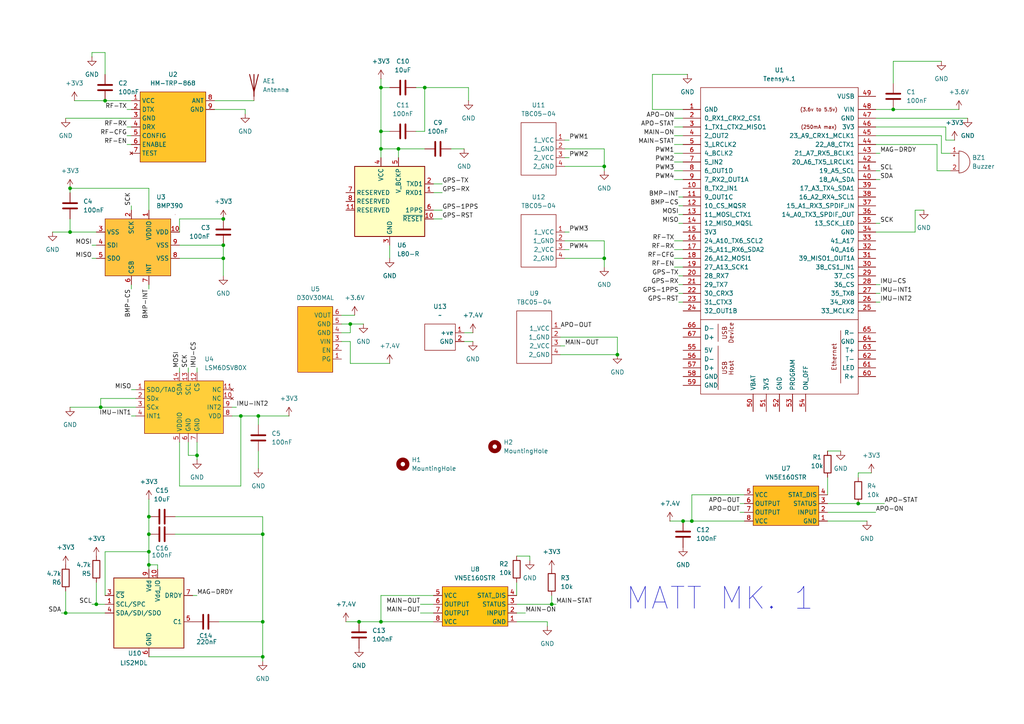
<source format=kicad_sch>
(kicad_sch (version 20250114) (generator "eeschema") (generator_version "9.0")
  (paper "A4")
  (lib_symbols
    (symbol "Device:Antenna" (pin_numbers (hide yes)) (pin_names (offset 1.016) (hide yes))
      (property "Reference" "AE" (at -1.905 1.905 0))
      (property "Value" "Antenna" (at -1.905 0 0))
      (symbol "Antenna_1_1"
        (pin input line (at 0 -5.08 90) (length 2.54) (name "A") (number "1"))
      )
    )
    (symbol "Device:Buzzer" (pin_names (offset 0.0254) (hide yes))
      (property "Reference" "BZ" (at 3.81 1.27 0))
      (property "Value" "Buzzer" (at 3.81 -1.27 0))
      (symbol "Buzzer_1_1"
        (pin passive line (at -2.54 2.54 0) (length 2.54) (name "+") (number "1"))
        (pin passive line (at -2.54 -2.54 0) (length 2.54) (name "-") (number "2"))
      )
    )
    (symbol "Device:C" (pin_numbers (hide yes)) (pin_names (offset 0.254))
      (property "Reference" "C" (at 0.635 2.54 0))
      (property "Value" "C" (at 0.635 -2.54 0))
      (symbol "C_1_1"
        (pin passive line (at 0 3.81 270) (length 2.794) (name "~") (number "1"))
        (pin passive line (at 0 -3.81 90) (length 2.794) (name "~") (number "2"))
      )
    )
    (symbol "Device:R" (pin_numbers (hide yes)) (pin_names (offset 0))
      (property "Reference" "R" (at 2.032 0 90))
      (property "Value" "R" (at 0 0 90))
      (symbol "R_1_1"
        (pin passive line (at 0 3.81 270) (length 1.27) (name "~") (number "1"))
        (pin passive line (at 0 -3.81 90) (length 1.27) (name "~") (number "2"))
      )
    )
    (symbol "Mechanical:MountingHole" (pin_names (offset 1.016)) (in_bom no)
      (property "Reference" "H" (at 0 5.08 0))
      (property "Value" "MountingHole" (at 0 3.175 0))
    )
    (symbol "RF_GPS:L80-R"
      (property "Reference" "U" (at -10.16 11.43 0))
      (property "Value" "L80-R" (at 10.16 11.43 0))
      (symbol "L80-R_1_1"
        (pin passive line (at -12.7 2.54 0) (length 2.54) (name "RESERVED") (number "7"))
        (pin passive line (at -12.7 0 0) (length 2.54) (name "RESERVED") (number "8"))
        (pin passive line (at -12.7 -2.54 0) (length 2.54) (name "RESERVED") (number "11"))
        (pin power_in line (at -2.54 12.7 270) (length 2.54) (name "VCC") (number "4"))
        (pin passive line (at 0 -12.7 90) (length 2.54) (hide yes) (name "GND") (number "12"))
        (pin power_in line (at 0 -12.7 90) (length 2.54) (name "GND") (number "3"))
        (pin power_in line (at 2.54 12.7 270) (length 2.54) (name "V_BCKP") (number "5"))
        (pin no_connect line (at 10.16 0 180) (length 2.54) (hide yes) (name "NC") (number "9"))
        (pin output line (at 12.7 5.08 180) (length 2.54) (name "TXD1") (number "2"))
        (pin input line (at 12.7 2.54 180) (length 2.54) (name "RXD1") (number "1"))
        (pin output line (at 12.7 -2.54 180) (length 2.54) (name "1PPS") (number "6"))
        (pin input line (at 12.7 -5.08 180) (length 2.54) (name "~{RESET}") (number "10"))
      )
    )
    (symbol "Sensor_Magnetic:LIS2MDL"
      (property "Reference" "U" (at -8.89 11.43 0))
      (property "Value" "LIS2MDL" (at 7.62 11.43 0))
      (symbol "LIS2MDL_1_1"
        (pin input line (at -12.7 5.08 0) (length 2.54) (name "~{CS}") (number "3"))
        (pin input line (at -12.7 2.54 0) (length 2.54) (name "SCL/SPC") (number "1"))
        (pin bidirectional line (at -12.7 0 0) (length 2.54) (name "SDA/SDI/SDO") (number "4"))
        (pin no_connect line (at -10.16 -5.08 0) (length 2.54) (hide yes) (name "NC") (number "2"))
        (pin no_connect line (at -10.16 -7.62 0) (length 2.54) (hide yes) (name "NC") (number "11"))
        (pin power_in line (at 0 12.7 270) (length 2.54) (name "Vdd") (number "9"))
        (pin power_in line (at 0 -12.7 90) (length 2.54) (name "GND") (number "6"))
        (pin passive line (at 0 -12.7 90) (length 2.54) (hide yes) (name "GND") (number "8"))
        (pin power_in line (at 2.54 12.7 270) (length 2.54) (name "Vdd_IO") (number "10"))
        (pin no_connect line (at 10.16 -7.62 180) (length 2.54) (hide yes) (name "NC") (number "12"))
        (pin output line (at 12.7 5.08 180) (length 2.54) (name "DRDY") (number "7"))
        (pin power_out line (at 12.7 -2.54 180) (length 2.54) (name "C1") (number "5"))
      )
    )
    (symbol "VN5E160STR_1"
      (property "Reference" "U8" (at 0.635 11.43 0))
      (property "Value" "VN5E160STR" (at 0.635 8.89 0))
      (symbol "VN5E160STR_1_1_1"
        (pin power_in line (at -11.43 3.81 0) (length 2.54) (name "VCC") (number "5"))
        (pin power_out line (at -11.43 1.27 0) (length 2.54) (name "OUTPUT") (number "6"))
        (pin power_out line (at -11.43 -1.27 0) (length 2.54) (name "OUTPUT") (number "7"))
        (pin power_in line (at -11.43 -3.81 0) (length 2.54) (name "VCC") (number "8"))
        (pin output line (at 12.7 3.81 180) (length 2.54) (name "STAT_DIS") (number "4"))
        (pin output line (at 12.7 1.27 180) (length 2.54) (name "STATUS") (number "3"))
        (pin input line (at 12.7 -1.27 180) (length 2.54) (name "INPUT") (number "2"))
        (pin power_in line (at 12.7 -3.81 180) (length 2.54) (name "GND") (number "1"))
      )
    )
    (symbol "missing_chips:TBC05_04"
      (property "Reference" "U" (at 0 0 0))
      (symbol "TBC05_04_1_1"
        (pin power_in line (at 5.08 -2.54 180) (length 2.54) (name "1_VCC") (number "1"))
        (pin power_in line (at 5.08 -5.08 180) (length 2.54) (name "1_GND") (number "2"))
        (pin power_in line (at 5.08 -7.62 180) (length 2.54) (name "2_VCC") (number "3"))
        (pin power_in line (at 5.08 -10.16 180) (length 2.54) (name "2_GND") (number "4"))
      )
    )
    (symbol "missing_chips:power_in"
      (property "Reference" "U" (at 0 0 0))
      (symbol "power_in_1_1"
        (pin output line (at 12.7 3.81 180) (length 2.54) (name "+ve") (number "1"))
        (pin output line (at 12.7 1.27 180) (length 2.54) (name "GND") (number "2"))
      )
    )
    (symbol "power:+3V3" (power) (pin_numbers (hide yes)) (pin_names (offset 0) (hide yes))
      (property "Value" "+3V3" (at 0 3.556 0))
      (symbol "+3V3_1_1"
        (pin power_in line (at 0 0 90) (length 0) (name "~") (number "1"))
      )
    )
    (symbol "power:+7.5V" (power) (pin_numbers (hide yes)) (pin_names (offset 0) (hide yes))
      (property "Value" "+7.5V" (at 0 3.556 0))
      (symbol "+7.5V_1_1"
        (pin power_in line (at 0 0 90) (length 0) (name "~") (number "1"))
      )
    )
    (symbol "power:GND" (power) (pin_numbers (hide yes)) (pin_names (offset 0) (hide yes))
      (property "Value" "GND" (at 0 -3.81 0))
      (symbol "GND_1_1"
        (pin power_in line (at 0 0 270) (length 0) (name "~") (number "1"))
      )
    )
    (symbol "rockety_extras:BMP390"
      (property "Reference" "U3" (at 5.9533 12.7 0))
      (property "Value" "BMP390" (at 5.9533 10.16 0))
      (symbol "BMP390_1_1"
        (pin power_in line (at -11.43 2.54 0) (length 2.54) (name "VSS") (number "3"))
        (pin bidirectional line (at -11.43 -1.27 0) (length 2.54) (name "SDI") (number "4"))
        (pin bidirectional line (at -11.43 -5.08 0) (length 2.54) (name "SDO") (number "5"))
        (pin input line (at -1.27 8.89 270) (length 2.54) (name "SCK") (number "2"))
        (pin input line (at -1.27 -12.7 90) (length 2.54) (name "CSB") (number "6"))
        (pin power_in line (at 3.81 8.89 270) (length 2.54) (name "VDDIO") (number "1"))
        (pin output line (at 3.81 -12.7 90) (length 2.54) (name "INT") (number "7"))
        (pin power_in line (at 12.7 2.54 180) (length 2.54) (name "VDD") (number "10"))
        (pin power_in line (at 12.7 -1.27 180) (length 2.54) (name "VSS") (number "9"))
        (pin power_in line (at 12.7 -5.08 180) (length 2.54) (name "VSS") (number "8"))
      )
    )
    (symbol "rockety_extras:D30V30MAL"
      (property "Reference" "U5" (at 2.54 11.43 0))
      (property "Value" "D30V30MAL" (at 2.54 8.89 0))
      (symbol "D30V30MAL_1_1"
        (pin power_out line (at 10.16 3.81 180) (length 2.54) (name "VOUT") (number "6"))
        (pin power_in line (at 10.16 1.27 180) (length 2.54) (name "GND") (number "5"))
        (pin power_in line (at 10.16 -1.27 180) (length 2.54) (name "GND") (number "4"))
        (pin power_in line (at 10.16 -3.81 180) (length 2.54) (name "VIN") (number "3"))
        (pin input line (at 10.16 -6.35 180) (length 2.54) (name "EN") (number "2"))
        (pin output line (at 10.16 -8.89 180) (length 2.54) (name "PG") (number "1"))
      )
    )
    (symbol "rockety_extras:Hope_RF_HM-TRP-868_RF_module"
      (property "Reference" "U2" (at 4.445 11.43 0))
      (property "Value" "HM-TRP-868" (at 4.445 8.89 0))
      (symbol "Hope_RF_HM-TRP-868_RF_module_1_1"
        (pin power_in line (at -7.62 3.81 0) (length 2.54) (name "VCC") (number "1"))
        (pin output line (at -7.62 1.27 0) (length 2.54) (name "DTX") (number "2"))
        (pin power_in line (at -7.62 -1.27 0) (length 2.54) (name "GND") (number "3"))
        (pin input line (at -7.62 -3.81 0) (length 2.54) (name "DRX") (number "4"))
        (pin input line (at -7.62 -6.35 0) (length 2.54) (name "CONFIG") (number "5"))
        (pin input line (at -7.62 -8.89 0) (length 2.54) (name "ENABLE") (number "6"))
        (pin no_connect line (at -7.62 -11.43 0) (length 2.54) (name "TEST") (number "7"))
        (pin bidirectional line (at 16.51 3.81 180) (length 2.54) (name "ANT") (number "8"))
        (pin power_in line (at 16.51 1.27 180) (length 2.54) (name "GND") (number "9"))
      )
    )
    (symbol "rockety_extras:LSM6DSV80x"
      (property "Reference" "U4" (at 11.0333 10.16 0))
      (property "Value" "LSM6DSV80X" (at 11.0333 7.62 0))
      (symbol "LSM6DSV80x_1_1"
        (pin output line (at -8.89 1.27 0) (length 2.54) (name "SDO/TA0") (number "1"))
        (pin bidirectional line (at -8.89 -1.27 0) (length 2.54) (name "SDx") (number "2"))
        (pin input line (at -8.89 -3.81 0) (length 2.54) (name "SCx") (number "3"))
        (pin output line (at -8.89 -6.35 0) (length 2.54) (name "INT1") (number "4"))
        (pin bidirectional line (at 3.81 6.35 270) (length 2.54) (name "SDA") (number "14"))
        (pin power_in line (at 3.81 -13.97 90) (length 2.54) (name "VDDIO") (number "5"))
        (pin input line (at 6.35 6.35 270) (length 2.54) (name "SCL") (number "13"))
        (pin power_in line (at 6.35 -13.97 90) (length 2.54) (name "GND") (number "6"))
        (pin input line (at 8.89 6.35 270) (length 2.54) (name "CS") (number "12"))
        (pin power_in line (at 8.89 -13.97 90) (length 2.54) (name "GND") (number "7"))
        (pin no_connect line (at 19.05 1.27 180) (length 2.54) (name "NC") (number "11"))
        (pin no_connect line (at 19.05 -1.27 180) (length 2.54) (name "NC") (number "10"))
        (pin output line (at 19.05 -3.81 180) (length 2.54) (name "INT2") (number "9"))
        (pin power_in line (at 19.05 -6.35 180) (length 2.54) (name "VDD") (number "8"))
      )
    )
    (symbol "rockety_extras:VN5E160STR"
      (property "Reference" "U7" (at 0.635 11.43 0))
      (property "Value" "VN5E160STR" (at 0.635 8.89 0))
      (symbol "VN5E160STR_1_1"
        (pin power_in line (at -11.43 3.81 0) (length 2.54) (name "VCC") (number "5"))
        (pin power_out line (at -11.43 1.27 0) (length 2.54) (name "OUTPUT") (number "6"))
        (pin power_out line (at -11.43 -1.27 0) (length 2.54) (name "OUTPUT") (number "7"))
        (pin power_in line (at -11.43 -3.81 0) (length 2.54) (name "VCC") (number "8"))
        (pin output line (at 12.7 3.81 180) (length 2.54) (name "STAT_DIS") (number "4"))
        (pin output line (at 12.7 1.27 180) (length 2.54) (name "STATUS") (number "3"))
        (pin input line (at 12.7 -1.27 180) (length 2.54) (name "INPUT") (number "2"))
        (pin power_in line (at 12.7 -3.81 180) (length 2.54) (name "GND") (number "1"))
      )
    )
    (symbol "teensy:Teensy4.1" (pin_names (offset 1.016))
      (property "Reference" "U" (at 0 64.77 0))
      (property "Value" "Teensy4.1" (at 0 62.23 0))
      (symbol "Teensy4.1_0_0"
        (text "USB" (at -15.875 -10.16 900) (effects (font (size 1.27 1.27))))
        (text "USB" (at -15.875 -20.32 900) (effects (font (size 1.27 1.27))))
        (text "Device" (at -13.97 -10.16 900) (effects (font (size 1.27 1.27))))
        (text "Host" (at -13.97 -20.32 900) (effects (font (size 1.27 1.27))))
        (text "(3.6v to 5.5v)" (at 11.43 54.61 0) (effects (font (size 1.016 1.016))))
        (text "(250mA max)" (at 11.43 49.53 0) (effects (font (size 1.016 1.016))))
        (text "Ethernet" (at 15.875 -17.145 900) (effects (font (size 1.27 1.27))))
        (pin bidirectional line (at -27.94 44.45 0) (length 5.08) (name "3_LRCLK2") (number "5"))
        (pin bidirectional line (at -27.94 41.91 0) (length 5.08) (name "4_BCLK2") (number "6"))
        (pin bidirectional line (at -27.94 39.37 0) (length 5.08) (name "5_IN2") (number "7"))
        (pin bidirectional line (at -27.94 36.83 0) (length 5.08) (name "6_OUT1D") (number "8"))
        (pin bidirectional line (at -27.94 34.29 0) (length 5.08) (name "7_RX2_OUT1A") (number "9"))
        (pin bidirectional line (at -27.94 31.75 0) (length 5.08) (name "8_TX2_IN1") (number "10"))
        (pin bidirectional line (at -27.94 29.21 0) (length 5.08) (name "9_OUT1C") (number "11"))
        (pin bidirectional line (at -27.94 26.67 0) (length 5.08) (name "10_CS_MQSR") (number "12"))
        (pin bidirectional line (at -27.94 24.13 0) (length 5.08) (name "11_MOSI_CTX1") (number "13"))
        (pin bidirectional line (at -27.94 21.59 0) (length 5.08) (name "12_MISO_MQSL") (number "14"))
        (pin power_in line (at -27.94 19.05 0) (length 5.08) (name "3V3") (number "15"))
        (pin bidirectional line (at -27.94 16.51 0) (length 5.08) (name "24_A10_TX6_SCL2") (number "16"))
        (pin bidirectional line (at -27.94 13.97 0) (length 5.08) (name "25_A11_RX6_SDA2") (number "17"))
        (pin bidirectional line (at -27.94 11.43 0) (length 5.08) (name "26_A12_MOSI1") (number "18"))
        (pin bidirectional line (at -27.94 8.89 0) (length 5.08) (name "27_A13_SCK1") (number "19"))
        (pin bidirectional line (at -27.94 6.35 0) (length 5.08) (name "28_RX7") (number "20"))
        (pin bidirectional line (at -27.94 3.81 0) (length 5.08) (name "29_TX7") (number "21"))
        (pin bidirectional line (at -27.94 1.27 0) (length 5.08) (name "30_CRX3") (number "22"))
        (pin bidirectional line (at -27.94 -1.27 0) (length 5.08) (name "31_CTX3") (number "23"))
        (pin bidirectional line (at -27.94 -3.81 0) (length 5.08) (name "32_OUT1B") (number "24"))
        (pin bidirectional line (at -27.94 -8.89 0) (length 5.08) (name "D-") (number "66"))
        (pin bidirectional line (at -27.94 -11.43 0) (length 5.08) (name "D+") (number "67"))
        (pin power_out line (at -27.94 -15.24 0) (length 5.08) (name "5V") (number "55"))
        (pin bidirectional line (at -27.94 -17.78 0) (length 5.08) (name "D-") (number "56"))
        (pin bidirectional line (at -27.94 -20.32 0) (length 5.08) (name "D+") (number "57"))
        (pin power_in line (at -27.94 -22.86 0) (length 5.08) (name "GND") (number "58"))
        (pin power_in line (at -27.94 -25.4 0) (length 5.08) (name "GND") (number "59"))
        (pin power_in line (at -7.62 -33.02 90) (length 5.08) (name "VBAT") (number "50"))
        (pin power_in line (at -3.81 -33.02 90) (length 5.08) (name "3V3") (number "51"))
        (pin input line (at 0 -33.02 90) (length 5.08) (name "GND") (number "52"))
        (pin input line (at 3.81 -33.02 90) (length 5.08) (name "PROGRAM") (number "53"))
        (pin input line (at 7.62 -33.02 90) (length 5.08) (name "ON_OFF") (number "54"))
        (pin power_out line (at 27.94 58.42 180) (length 5.08) (name "VUSB") (number "49"))
        (pin power_in line (at 27.94 54.61 180) (length 5.08) (name "VIN") (number "48"))
        (pin output line (at 27.94 52.07 180) (length 5.08) (name "GND") (number "47"))
        (pin output line (at 27.94 49.53 180) (length 5.08) (name "3V3") (number "46"))
        (pin bidirectional line (at 27.94 46.99 180) (length 5.08) (name "23_A9_CRX1_MCLK1") (number "45"))
        (pin bidirectional line (at 27.94 44.45 180) (length 5.08) (name "22_A8_CTX1") (number "44"))
        (pin bidirectional line (at 27.94 41.91 180) (length 5.08) (name "21_A7_RX5_BCLK1") (number "43"))
        (pin bidirectional line (at 27.94 39.37 180) (length 5.08) (name "20_A6_TX5_LRCLK1") (number "42"))
        (pin bidirectional line (at 27.94 36.83 180) (length 5.08) (name "19_A5_SCL") (number "41"))
        (pin bidirectional line (at 27.94 34.29 180) (length 5.08) (name "18_A4_SDA") (number "40"))
        (pin bidirectional line (at 27.94 31.75 180) (length 5.08) (name "17_A3_TX4_SDA1") (number "39"))
        (pin bidirectional line (at 27.94 29.21 180) (length 5.08) (name "16_A2_RX4_SCL1") (number "38"))
        (pin bidirectional line (at 27.94 26.67 180) (length 5.08) (name "15_A1_RX3_SPDIF_IN") (number "37"))
        (pin bidirectional line (at 27.94 24.13 180) (length 5.08) (name "14_A0_TX3_SPDIF_OUT") (number "36"))
        (pin bidirectional line (at 27.94 21.59 180) (length 5.08) (name "13_SCK_LED") (number "35"))
        (pin bidirectional line (at 27.94 16.51 180) (length 5.08) (name "41_A17") (number "33"))
        (pin bidirectional line (at 27.94 13.97 180) (length 5.08) (name "40_A16") (number "32"))
        (pin bidirectional line (at 27.94 11.43 180) (length 5.08) (name "39_MISO1_OUT1A") (number "31"))
        (pin bidirectional line (at 27.94 8.89 180) (length 5.08) (name "38_CS1_IN1") (number "30"))
        (pin bidirectional line (at 27.94 6.35 180) (length 5.08) (name "37_CS") (number "29"))
        (pin bidirectional line (at 27.94 3.81 180) (length 5.08) (name "36_CS") (number "28"))
        (pin bidirectional line (at 27.94 1.27 180) (length 5.08) (name "35_TX8") (number "27"))
        (pin bidirectional line (at 27.94 -1.27 180) (length 5.08) (name "34_RX8") (number "26"))
        (pin bidirectional line (at 27.94 -3.81 180) (length 5.08) (name "33_MCLK2") (number "25"))
        (pin bidirectional line (at 27.94 -10.16 180) (length 5.08) (name "R-") (number "65"))
        (pin power_in line (at 27.94 -12.7 180) (length 5.08) (name "GND") (number "64"))
        (pin bidirectional line (at 27.94 -15.24 180) (length 5.08) (name "T+") (number "63"))
        (pin bidirectional line (at 27.94 -17.78 180) (length 5.08) (name "T-") (number "62"))
        (pin bidirectional line (at 27.94 -20.32 180) (length 5.08) (name "LED") (number "61"))
        (pin bidirectional line (at 27.94 -22.86 180) (length 5.08) (name "R+") (number "60"))
      )
      (symbol "Teensy4.1_1_1"
        (pin power_in line (at -27.94 54.61 0) (length 5.08) (name "GND") (number "1"))
        (pin bidirectional line (at -27.94 52.07 0) (length 5.08) (name "0_RX1_CRX2_CS1") (number "2"))
        (pin bidirectional line (at -27.94 49.53 0) (length 5.08) (name "1_TX1_CTX2_MISO1") (number "3"))
        (pin bidirectional line (at -27.94 46.99 0) (length 5.08) (name "2_OUT2") (number "4"))
        (pin power_in line (at 27.94 19.05 180) (length 5.08) (name "GND") (number "34"))
      )
    )
  )
  (text "MATT MK. 1" (at 208.788 173.736 0) (effects (font (size 6.35 6.35))))
  (junction (at 110.49 25.4))
  (junction (at 76.2 180.34))
  (junction (at 110.49 43.18))
  (junction (at 123.19 25.4))
  (junction (at 43.18 163.83))
  (junction (at 200.66 151.13))
  (junction (at 19.05 177.8))
  (junction (at 27.94 175.26))
  (junction (at 29.21 118.11))
  (junction (at 74.93 120.65))
  (junction (at 64.77 74.93))
  (junction (at 259.08 31.75))
  (junction (at 64.77 71.12))
  (junction (at 175.26 48.26))
  (junction (at 175.26 74.93))
  (junction (at 110.49 38.1))
  (junction (at 101.6 93.98))
  (junction (at 76.2 154.94))
  (junction (at 43.18 149.86))
  (junction (at 57.15 132.08))
  (junction (at 115.57 43.18))
  (junction (at 110.49 180.34))
  (junction (at 30.48 29.21))
  (junction (at 43.18 160.02))
  (junction (at 64.77 63.5))
  (junction (at 198.12 151.13))
  (junction (at 248.92 146.05))
  (junction (at 160.02 175.26))
  (junction (at 20.32 54.61))
  (junction (at 43.18 154.94))
  (junction (at 179.07 102.87))
  (junction (at 104.14 180.34))
  (junction (at 76.2 190.5))
  (junction (at 20.32 67.31))
  (junction (at 69.85 120.65))
  (wire (pts (xy 110.49 25.4) (xy 110.49 38.1)))
  (wire (pts (xy 255.27 49.53) (xy 254 49.53)))
  (wire (pts (xy 195.58 39.37) (xy 198.12 39.37)))
  (wire (pts (xy 38.1 120.65) (xy 39.37 120.65)))
  (wire (pts (xy 26.67 175.26) (xy 27.94 175.26)))
  (wire (pts (xy 29.21 118.11) (xy 39.37 118.11)))
  (wire (pts (xy 30.48 29.21) (xy 38.1 29.21)))
  (wire (pts (xy 21.59 29.21) (xy 30.48 29.21)))
  (wire (pts (xy 30.48 160.02) (xy 43.18 160.02)))
  (wire (pts (xy 54.61 106.68) (xy 54.61 107.95)))
  (wire (pts (xy 69.85 140.97) (xy 69.85 120.65)))
  (wire (pts (xy 134.62 99.06) (xy 137.16 99.06)))
  (wire (pts (xy 43.18 154.94) (xy 43.18 160.02)))
  (wire (pts (xy 121.92 177.8) (xy 125.73 177.8)))
  (wire (pts (xy 274.32 36.83) (xy 274.32 40.64)))
  (wire (pts (xy 115.57 43.18) (xy 115.57 45.72)))
  (wire (pts (xy 215.9 143.51) (xy 200.66 143.51)))
  (wire (pts (xy 265.43 67.31) (xy 254 67.31)))
  (wire (pts (xy 135.89 25.4) (xy 123.19 25.4)))
  (wire (pts (xy 74.93 120.65) (xy 83.82 120.65)))
  (wire (pts (xy 163.83 43.18) (xy 175.26 43.18)))
  (wire (pts (xy 104.14 180.34) (xy 110.49 180.34)))
  (wire (pts (xy 273.05 44.45) (xy 275.59 44.45)))
  (wire (pts (xy 101.6 99.06) (xy 101.6 105.41)))
  (wire (pts (xy 64.77 71.12) (xy 64.77 69.85)))
  (wire (pts (xy 265.43 60.96) (xy 267.97 60.96)))
  (wire (pts (xy 64.77 71.12) (xy 64.77 74.93)))
  (wire (pts (xy 43.18 149.86) (xy 43.18 154.94)))
  (wire (pts (xy 195.58 44.45) (xy 198.12 44.45)))
  (wire (pts (xy 110.49 25.4) (xy 113.03 25.4)))
  (wire (pts (xy 149.86 168.91) (xy 149.86 172.72)))
  (wire (pts (xy 240.03 130.81) (xy 243.84 130.81)))
  (wire (pts (xy 74.93 130.81) (xy 74.93 135.89)))
  (wire (pts (xy 76.2 190.5) (xy 76.2 191.77)))
  (wire (pts (xy 29.21 115.57) (xy 29.21 118.11)))
  (wire (pts (xy 45.72 163.83) (xy 45.72 165.1)))
  (wire (pts (xy 240.03 151.13) (xy 251.46 151.13)))
  (wire (pts (xy 62.23 31.75) (xy 71.12 31.75)))
  (wire (pts (xy 20.32 67.31) (xy 27.94 67.31)))
  (wire (pts (xy 198.12 151.13) (xy 200.66 151.13)))
  (wire (pts (xy 254 41.91) (xy 271.78 41.91)))
  (wire (pts (xy 134.62 96.52) (xy 137.16 96.52)))
  (wire (pts (xy 160.02 175.26) (xy 161.29 175.26)))
  (wire (pts (xy 71.12 31.75) (xy 71.12 33.02)))
  (wire (pts (xy 99.06 91.44) (xy 102.87 91.44)))
  (wire (pts (xy 64.77 74.93) (xy 64.77 80.01)))
  (wire (pts (xy 76.2 154.94) (xy 76.2 149.86)))
  (wire (pts (xy 195.58 49.53) (xy 198.12 49.53)))
  (wire (pts (xy 52.07 74.93) (xy 64.77 74.93)))
  (wire (pts (xy 196.85 82.55) (xy 198.12 82.55)))
  (wire (pts (xy 254 39.37) (xy 273.05 39.37)))
  (wire (pts (xy 273.05 17.78) (xy 259.08 17.78)))
  (wire (pts (xy 26.67 71.12) (xy 27.94 71.12)))
  (wire (pts (xy 15.24 67.31) (xy 20.32 67.31)))
  (wire (pts (xy 38.1 83.82) (xy 38.1 82.55)))
  (wire (pts (xy 165.1 67.31) (xy 163.83 67.31)))
  (wire (pts (xy 259.08 31.75) (xy 254 31.75)))
  (wire (pts (xy 196.85 59.69) (xy 198.12 59.69)))
  (wire (pts (xy 50.8 154.94) (xy 76.2 154.94)))
  (wire (pts (xy 214.63 146.05) (xy 215.9 146.05)))
  (wire (pts (xy 52.07 67.31) (xy 52.07 63.5)))
  (wire (pts (xy 110.49 22.86) (xy 110.49 25.4)))
  (wire (pts (xy 38.1 113.03) (xy 39.37 113.03)))
  (wire (pts (xy 27.94 175.26) (xy 30.48 175.26)))
  (wire (pts (xy 101.6 105.41) (xy 113.03 105.41)))
  (wire (pts (xy 30.48 21.59) (xy 30.48 15.24)))
  (wire (pts (xy 52.07 140.97) (xy 69.85 140.97)))
  (wire (pts (xy 43.18 83.82) (xy 43.18 82.55)))
  (wire (pts (xy 99.06 99.06) (xy 101.6 99.06)))
  (wire (pts (xy 54.61 128.27) (xy 54.61 132.08)))
  (wire (pts (xy 195.58 41.91) (xy 198.12 41.91)))
  (wire (pts (xy 43.18 163.83) (xy 43.18 165.1)))
  (wire (pts (xy 30.48 15.24) (xy 26.67 15.24)))
  (wire (pts (xy 271.78 49.53) (xy 275.59 49.53)))
  (wire (pts (xy 195.58 36.83) (xy 198.12 36.83)))
  (wire (pts (xy 130.81 43.18) (xy 134.62 43.18)))
  (wire (pts (xy 74.93 120.65) (xy 74.93 123.19)))
  (wire (pts (xy 36.83 36.83) (xy 38.1 36.83)))
  (wire (pts (xy 165.1 40.64) (xy 163.83 40.64)))
  (wire (pts (xy 255.27 85.09) (xy 254 85.09)))
  (wire (pts (xy 240.03 148.59) (xy 254 148.59)))
  (wire (pts (xy 101.6 93.98) (xy 105.41 93.98)))
  (wire (pts (xy 165.1 72.39) (xy 163.83 72.39)))
  (wire (pts (xy 255.27 64.77) (xy 254 64.77)))
  (wire (pts (xy 26.67 15.24) (xy 26.67 16.51)))
  (wire (pts (xy 175.26 74.93) (xy 175.26 77.47)))
  (wire (pts (xy 149.86 180.34) (xy 158.75 180.34)))
  (wire (pts (xy 113.03 71.12) (xy 113.03 74.93)))
  (wire (pts (xy 254 87.63) (xy 255.27 87.63)))
  (wire (pts (xy 36.83 41.91) (xy 38.1 41.91)))
  (wire (pts (xy 196.85 64.77) (xy 198.12 64.77)))
  (wire (pts (xy 38.1 59.69) (xy 38.1 60.96)))
  (wire (pts (xy 128.27 63.5) (xy 125.73 63.5)))
  (wire (pts (xy 20.32 63.5) (xy 20.32 67.31)))
  (wire (pts (xy 179.07 97.79) (xy 179.07 102.87)))
  (wire (pts (xy 39.37 115.57) (xy 29.21 115.57)))
  (wire (pts (xy 194.31 151.13) (xy 198.12 151.13)))
  (wire (pts (xy 163.83 74.93) (xy 175.26 74.93)))
  (wire (pts (xy 69.85 120.65) (xy 74.93 120.65)))
  (wire (pts (xy 67.31 120.65) (xy 69.85 120.65)))
  (wire (pts (xy 255.27 52.07) (xy 254 52.07)))
  (wire (pts (xy 195.58 74.93) (xy 198.12 74.93)))
  (wire (pts (xy 271.78 41.91) (xy 271.78 49.53)))
  (wire (pts (xy 252.73 137.16) (xy 248.92 137.16)))
  (wire (pts (xy 214.63 148.59) (xy 215.9 148.59)))
  (wire (pts (xy 128.27 53.34) (xy 125.73 53.34)))
  (wire (pts (xy 52.07 128.27) (xy 52.07 140.97)))
  (wire (pts (xy 123.19 25.4) (xy 120.65 25.4)))
  (wire (pts (xy 254 34.29) (xy 280.67 34.29)))
  (wire (pts (xy 274.32 40.64) (xy 276.86 40.64)))
  (wire (pts (xy 189.23 31.75) (xy 198.12 31.75)))
  (wire (pts (xy 36.83 39.37) (xy 38.1 39.37)))
  (wire (pts (xy 43.18 60.96) (xy 43.18 54.61)))
  (wire (pts (xy 165.1 45.72) (xy 163.83 45.72)))
  (wire (pts (xy 163.83 100.33) (xy 162.56 100.33)))
  (wire (pts (xy 162.56 97.79) (xy 179.07 97.79)))
  (wire (pts (xy 52.07 63.5) (xy 64.77 63.5)))
  (wire (pts (xy 149.86 175.26) (xy 160.02 175.26)))
  (wire (pts (xy 195.58 34.29) (xy 198.12 34.29)))
  (wire (pts (xy 57.15 132.08) (xy 57.15 133.35)))
  (wire (pts (xy 57.15 106.68) (xy 57.15 107.95)))
  (wire (pts (xy 175.26 69.85) (xy 175.26 74.93)))
  (wire (pts (xy 110.49 180.34) (xy 125.73 180.34)))
  (wire (pts (xy 45.72 163.83) (xy 43.18 163.83)))
  (wire (pts (xy 76.2 149.86) (xy 50.8 149.86)))
  (wire (pts (xy 57.15 172.72) (xy 55.88 172.72)))
  (wire (pts (xy 259.08 17.78) (xy 259.08 24.13)))
  (wire (pts (xy 36.83 31.75) (xy 38.1 31.75)))
  (wire (pts (xy 63.5 180.34) (xy 76.2 180.34)))
  (wire (pts (xy 43.18 190.5) (xy 76.2 190.5)))
  (wire (pts (xy 54.61 132.08) (xy 57.15 132.08)))
  (wire (pts (xy 52.07 106.68) (xy 52.07 107.95)))
  (wire (pts (xy 175.26 43.18) (xy 175.26 48.26)))
  (wire (pts (xy 76.2 180.34) (xy 76.2 154.94)))
  (wire (pts (xy 200.66 151.13) (xy 215.9 151.13)))
  (wire (pts (xy 175.26 48.26) (xy 175.26 49.53)))
  (wire (pts (xy 121.92 175.26) (xy 125.73 175.26)))
  (wire (pts (xy 99.06 93.98) (xy 101.6 93.98)))
  (wire (pts (xy 62.23 29.21) (xy 73.66 29.21)))
  (wire (pts (xy 128.27 55.88) (xy 125.73 55.88)))
  (wire (pts (xy 255.27 82.55) (xy 254 82.55)))
  (wire (pts (xy 240.03 138.43) (xy 240.03 143.51)))
  (wire (pts (xy 265.43 60.96) (xy 265.43 67.31)))
  (wire (pts (xy 26.67 74.93) (xy 27.94 74.93)))
  (wire (pts (xy 254 36.83) (xy 274.32 36.83)))
  (wire (pts (xy 120.65 38.1) (xy 123.19 38.1)))
  (wire (pts (xy 110.49 38.1) (xy 113.03 38.1)))
  (wire (pts (xy 163.83 48.26) (xy 175.26 48.26)))
  (wire (pts (xy 19.05 171.45) (xy 19.05 177.8)))
  (wire (pts (xy 76.2 180.34) (xy 76.2 190.5)))
  (wire (pts (xy 43.18 54.61) (xy 20.32 54.61)))
  (wire (pts (xy 195.58 77.47) (xy 198.12 77.47)))
  (wire (pts (xy 273.05 39.37) (xy 273.05 44.45)))
  (wire (pts (xy 100.33 180.34) (xy 104.14 180.34)))
  (wire (pts (xy 199.39 21.59) (xy 189.23 21.59)))
  (wire (pts (xy 153.67 161.29) (xy 149.86 161.29)))
  (wire (pts (xy 248.92 137.16) (xy 248.92 138.43)))
  (wire (pts (xy 110.49 43.18) (xy 115.57 43.18)))
  (wire (pts (xy 19.05 34.29) (xy 38.1 34.29)))
  (wire (pts (xy 101.6 96.52) (xy 101.6 93.98)))
  (wire (pts (xy 43.18 160.02) (xy 43.18 163.83)))
  (wire (pts (xy 125.73 172.72) (xy 110.49 172.72)))
  (wire (pts (xy 19.05 177.8) (xy 30.48 177.8)))
  (wire (pts (xy 99.06 96.52) (xy 101.6 96.52)))
  (wire (pts (xy 123.19 38.1) (xy 123.19 25.4)))
  (wire (pts (xy 195.58 69.85) (xy 198.12 69.85)))
  (wire (pts (xy 110.49 38.1) (xy 110.49 43.18)))
  (wire (pts (xy 43.18 144.78) (xy 43.18 149.86)))
  (wire (pts (xy 196.85 57.15) (xy 198.12 57.15)))
  (wire (pts (xy 20.32 54.61) (xy 20.32 55.88)))
  (wire (pts (xy 115.57 43.18) (xy 123.19 43.18)))
  (wire (pts (xy 158.75 180.34) (xy 158.75 181.61)))
  (wire (pts (xy 195.58 46.99) (xy 198.12 46.99)))
  (wire (pts (xy 255.27 44.45) (xy 254 44.45)))
  (wire (pts (xy 196.85 87.63) (xy 198.12 87.63)))
  (wire (pts (xy 248.92 146.05) (xy 256.54 146.05)))
  (wire (pts (xy 200.66 143.51) (xy 200.66 151.13)))
  (wire (pts (xy 248.92 146.05) (xy 240.03 146.05)))
  (wire (pts (xy 259.08 31.75) (xy 278.13 31.75)))
  (wire (pts (xy 20.32 118.11) (xy 29.21 118.11)))
  (wire (pts (xy 160.02 172.72) (xy 160.02 175.26)))
  (wire (pts (xy 27.94 168.91) (xy 27.94 175.26)))
  (wire (pts (xy 153.67 161.29) (xy 153.67 162.56)))
  (wire (pts (xy 68.58 118.11) (xy 67.31 118.11)))
  (wire (pts (xy 152.4 177.8) (xy 149.86 177.8)))
  (wire (pts (xy 110.49 43.18) (xy 110.49 45.72)))
  (wire (pts (xy 195.58 72.39) (xy 198.12 72.39)))
  (wire (pts (xy 52.07 71.12) (xy 64.77 71.12)))
  (wire (pts (xy 17.78 177.8) (xy 19.05 177.8)))
  (wire (pts (xy 57.15 128.27) (xy 57.15 132.08)))
  (wire (pts (xy 162.56 102.87) (xy 179.07 102.87)))
  (wire (pts (xy 189.23 21.59) (xy 189.23 31.75)))
  (wire (pts (xy 135.89 29.21) (xy 135.89 25.4)))
  (wire (pts (xy 30.48 172.72) (xy 30.48 160.02)))
  (wire (pts (xy 196.85 85.09) (xy 198.12 85.09)))
  (wire (pts (xy 128.27 60.96) (xy 125.73 60.96)))
  (wire (pts (xy 195.58 52.07) (xy 198.12 52.07)))
  (wire (pts (xy 163.83 69.85) (xy 175.26 69.85)))
  (wire (pts (xy 196.85 62.23) (xy 198.12 62.23)))
  (wire (pts (xy 110.49 172.72) (xy 110.49 180.34)))
  (wire (pts (xy 196.85 80.01) (xy 198.12 80.01)))
  (label "MAIN-ON" (at 152.4 177.8 0))
  (label "SCK" (at 54.61 106.68 90))
  (label "RF-RX" (at 195.58 72.39 180))
  (label "MAG-DRDY" (at 255.27 44.45 0))
  (label "IMU-INT2" (at 68.58 118.11 0))
  (label "MISO" (at 38.1 113.03 180))
  (label "BMP-CS" (at 196.85 59.69 180))
  (label "BMP-INT" (at 43.18 83.82 270))
  (label "GPS-1PPS" (at 196.85 85.09 180))
  (label "GPS-RST" (at 196.85 87.63 180))
  (label "SCL" (at 255.27 49.53 0))
  (label "IMU-INT1" (at 255.27 85.09 0))
  (label "SDA" (at 17.78 177.8 180))
  (label "PWM1" (at 195.58 44.45 180))
  (label "RF-EN" (at 195.58 77.47 180))
  (label "IMU-CS" (at 57.15 106.68 90))
  (label "MAIN-ON" (at 195.58 39.37 180))
  (label "GPS-1PPS" (at 128.27 60.96 0))
  (label "MAIN-OUT" (at 163.83 100.33 0))
  (label "SCK" (at 255.27 64.77 0))
  (label "RF-TX" (at 195.58 69.85 180))
  (label "IMU-INT1" (at 38.1 120.65 180))
  (label "APO-STAT" (at 195.58 36.83 180))
  (label "RF-CFG" (at 195.58 74.93 180))
  (label "MISO" (at 196.85 64.77 180))
  (label "APO-OUT" (at 214.63 146.05 180))
  (label "PWM3" (at 195.58 49.53 180))
  (label "APO-ON" (at 254 148.59 0))
  (label "APO-OUT" (at 162.56 95.25 0))
  (label "MOSI" (at 26.67 71.12 180))
  (label "RF-RX" (at 36.83 36.83 180))
  (label "IMU-INT2" (at 255.27 87.63 0))
  (label "MAIN-OUT" (at 121.92 175.26 180))
  (label "MAIN-STAT" (at 161.29 175.26 0))
  (label "APO-OUT" (at 214.63 148.59 180))
  (label "GPS-TX" (at 196.85 80.01 180))
  (label "APO-ON" (at 195.58 34.29 180))
  (label "PWM4" (at 165.1 72.39 0))
  (label "MAG-DRDY" (at 57.15 172.72 0))
  (label "MISO" (at 26.67 74.93 180))
  (label "PWM4" (at 195.58 52.07 180))
  (label "GPS-RST" (at 128.27 63.5 0))
  (label "PWM2" (at 195.58 46.99 180))
  (label "RF-CFG" (at 36.83 39.37 180))
  (label "BMP-INT" (at 196.85 57.15 180))
  (label "MAIN-STAT" (at 195.58 41.91 180))
  (label "PWM1" (at 165.1 40.64 0))
  (label "SDA" (at 255.27 52.07 0))
  (label "PWM2" (at 165.1 45.72 0))
  (label "IMU-CS" (at 255.27 82.55 0))
  (label "MOSI" (at 52.07 106.68 90))
  (label "MOSI" (at 196.85 62.23 180))
  (label "BMP-CS" (at 38.1 83.82 270))
  (label "GPS-RX" (at 196.85 82.55 180))
  (label "PWM3" (at 165.1 67.31 0))
  (label "GPS-TX" (at 128.27 53.34 0))
  (label "APO-STAT" (at 256.54 146.05 0))
  (label "SCL" (at 26.67 175.26 180))
  (label "GPS-RX" (at 128.27 55.88 0))
  (label "RF-TX" (at 36.83 31.75 180))
  (label "SCK" (at 38.1 59.69 90))
  (label "RF-EN" (at 36.83 41.91 180))
  (label "MAIN-OUT" (at 121.92 177.8 180))
  (symbol (lib_id "teensy:Teensy4.1") (at 226.06 86.36 0) (unit 1)
    (property "Reference" "U1" (at 226.06 20.32 0))
    (property "Value" "Teensy4.1" (at 226.06 22.86 0))
    (property "Footprint" "missing_footprints:teensy4.1" (effects (hide yes)))
    (property "Datasheet" "https://www.pjrc.com/store/teensy41.html" (effects (hide yes)))
    (property "Description" "The microcontroller" (effects (hide yes)))
  )
  (symbol (lib_id "power:GND") (at 280.67 34.29 0) (unit 1)
    (property "Reference" "#PWR04" (effects (hide yes)))
    (property "Value" "GND" (at 280.67 39.37 0))
    (property "Description" "Power symbol creates a global label with name \"GND\" , ground" (effects (hide yes)))
  )
  (symbol (lib_id "power:+3V3") (at 110.49 22.86 0) (unit 1)
    (property "Reference" "#PWR042" (effects (hide yes)))
    (property "Value" "+3V3" (at 110.49 17.78 0))
    (property "Description" "Power symbol creates a global label with name \"+3V3\"" (effects (hide yes)))
  )
  (symbol (lib_id "power:+3V3") (at 19.05 163.83 0) (unit 1)
    (property "Reference" "#PWR037" (effects (hide yes)))
    (property "Value" "+3V3" (at 19.05 158.75 0))
    (property "Description" "Power symbol creates a global label with name \"+3V3\"" (effects (hide yes)))
  )
  (symbol (lib_id "power:+3V3") (at 20.32 54.61 0) (unit 1)
    (property "Reference" "#PWR031" (effects (hide yes)))
    (property "Value" "+3V3" (at 20.32 49.53 0))
    (property "Description" "Power symbol creates a global label with name \"+3V3\"" (effects (hide yes)))
  )
  (symbol (lib_name "VN5E160STR_1") (lib_id "rockety_extras:VN5E160STR") (at 137.16 176.53 0) (unit 1)
    (property "Reference" "U8" (at 137.795 165.1 0))
    (property "Value" "VN5E160STR" (at 137.795 167.64 0))
    (property "Footprint" "missing_footprints:vn5e160s" (effects (hide yes)))
    (property "Datasheet" "https://www.st.com/resource/en/datasheet/vn5e160s-e.pdf" (effects (hide yes)))
    (property "Description" "High side driver for deployment charges" (effects (hide yes)))
  )
  (symbol (lib_id "Device:Buzzer") (at 278.13 46.99 0) (unit 1)
    (property "Reference" "BZ1" (at 281.94 45.7199 0) (effects (justify left)))
    (property "Value" "Buzzer" (at 281.94 48.2599 0) (effects (justify left)))
    (property "Footprint" "missing_footprints:AX1203DLF" (effects (hide yes)))
    (property "Description" "Buzzer, polarized" (effects (hide yes)))
  )
  (symbol (lib_id "power:GND") (at 105.41 93.98 0) (unit 1)
    (property "Reference" "#PWR023" (effects (hide yes)))
    (property "Value" "GND" (at 105.41 99.06 0))
    (property "Description" "Power symbol creates a global label with name \"GND\" , ground" (effects (hide yes)))
  )
  (symbol (lib_id "RF_GPS:L80-R") (at 113.03 58.42 0) (unit 1)
    (property "Reference" "U6" (at 115.1733 71.12 0) (effects (justify left)))
    (property "Value" "L80-R" (at 115.1733 73.66 0) (effects (justify left)))
    (property "Footprint" "RF_GPS:Quectel_L80-R" (effects (hide yes)))
    (property "Datasheet" "https://www.quectel.com/UploadImage/Downlad/Quectel_L80-R_Hardware_Design_V1.2.pdf" (effects (hide yes)))
    (property "Description" "Quectel GPS Module" (effects (hide yes)))
  )
  (symbol (lib_id "Device:C") (at 46.99 149.86 90) (unit 1)
    (property "Reference" "C15" (at 46.99 142.24 90))
    (property "Value" "10uF" (at 46.99 144.78 90))
    (property "Footprint" "Capacitor_SMD:C_0805_2012Metric_Pad1.18x1.45mm_HandSolder" (effects (hide yes)))
    (property "Description" "Unpolarized capacitor" (effects (hide yes)))
  )
  (symbol (lib_id "power:+7.5V") (at 100.33 180.34 0) (unit 1)
    (property "Reference" "#PWR027" (effects (hide yes)))
    (property "Value" "+7.4V" (at 100.33 175.26 0))
    (property "Description" "Power symbol creates a global label with name \"+7.5V\"" (effects (hide yes)))
  )
  (symbol (lib_id "power:GND") (at 175.26 77.47 0) (unit 1)
    (property "Reference" "#PWR029" (effects (hide yes)))
    (property "Value" "GND" (at 175.26 82.55 0))
    (property "Description" "Power symbol creates a global label with name \"GND\" , ground" (effects (hide yes)))
  )
  (symbol (lib_id "missing_chips:TBC05_04") (at 158.75 38.1 0) (unit 1)
    (property "Reference" "U11" (at 156.21 30.48 0))
    (property "Value" "TBC05-04" (at 156.21 33.02 0))
    (property "Footprint" "missing_footprints:TBC05-04_pwm1" (effects (hide yes)))
  )
  (symbol (lib_id "power:GND") (at 57.15 133.35 0) (unit 1)
    (property "Reference" "#PWR010" (effects (hide yes)))
    (property "Value" "GND" (at 57.15 138.43 0))
    (property "Description" "Power symbol creates a global label with name \"GND\" , ground" (effects (hide yes)))
  )
  (symbol (lib_id "rockety_extras:LSM6DSV80x") (at 48.26 114.3 0) (unit 1)
    (property "Reference" "U4" (at 59.2933 104.14 0) (effects (justify left)))
    (property "Value" "LSM6DSV80X" (at 59.2933 106.68 0) (effects (justify left)))
    (property "Footprint" "missing_footprints:LSM6DSV80X" (effects (hide yes)))
    (property "Datasheet" "https://www.st.com/resource/en/datasheet/lsm6dsv80x.pdf" (effects (hide yes)))
    (property "Description" "Accelerometers and Gyroscopes" (effects (hide yes)))
  )
  (symbol (lib_id "rockety_extras:Hope_RF_HM-TRP-868_RF_module") (at 45.72 33.02 0) (unit 1)
    (property "Reference" "U2" (at 50.165 21.59 0))
    (property "Value" "HM-TRP-868" (at 50.165 24.13 0))
    (property "Footprint" "missing_footprints:HM-TRP-XXX" (effects (hide yes)))
    (property "Datasheet" "https://www.tme.eu/Document/34c5f8a4794dad7a5068931b0a0d37c0/HM-TRP-869S.pdf" (effects (hide yes)))
    (property "Description" "Radio module" (effects (hide yes)))
  )
  (symbol (lib_id "power:+7.5V") (at 194.31 151.13 0) (unit 1)
    (property "Reference" "#PWR026" (effects (hide yes)))
    (property "Value" "+7.4V" (at 194.31 146.05 0))
    (property "Description" "Power symbol creates a global label with name \"+7.5V\"" (effects (hide yes)))
  )
  (symbol (lib_id "power:+3V3") (at 102.87 91.44 0) (unit 1)
    (property "Reference" "#PWR033" (effects (hide yes)))
    (property "Value" "+3.6V" (at 102.87 86.36 0))
    (property "Description" "Power symbol creates a global label with name \"+3V3\"" (effects (hide yes)))
  )
  (symbol (lib_id "Device:R") (at 19.05 167.64 180) (unit 1)
    (property "Reference" "R6" (at 17.78 168.91 0) (effects (justify left)))
    (property "Value" "4.7k" (at 17.78 166.37 0) (effects (justify left)))
    (property "Footprint" "Resistor_SMD:R_0805_2012Metric_Pad1.20x1.40mm_HandSolder" (effects (hide yes)))
    (property "Description" "Resistor" (effects (hide yes)))
  )
  (symbol (lib_id "power:GND") (at 135.89 29.21 0) (unit 1)
    (property "Reference" "#PWR015" (effects (hide yes)))
    (property "Value" "GND" (at 135.89 34.29 0))
    (property "Description" "Power symbol creates a global label with name \"GND\" , ground" (effects (hide yes)))
  )
  (symbol (lib_id "rockety_extras:BMP390") (at 39.37 69.85 0) (unit 1)
    (property "Reference" "U3" (at 45.3233 57.15 0) (effects (justify left)))
    (property "Value" "BMP390" (at 45.3233 59.69 0) (effects (justify left)))
    (property "Footprint" "missing_footprints:BMP390" (effects (hide yes)))
    (property "Datasheet" "https://www.mouser.co.uk/datasheet/3/1046/1/bst_bmp390_ds002.pdf" (effects (hide yes)))
    (property "Description" "Pressure sensor" (effects (hide yes)))
  )
  (symbol (lib_id "power:GND") (at 113.03 74.93 0) (unit 1)
    (property "Reference" "#PWR016" (effects (hide yes)))
    (property "Value" "GND" (at 113.03 80.01 0))
    (property "Description" "Power symbol creates a global label with name \"GND\" , ground" (effects (hide yes)))
  )
  (symbol (lib_id "power:GND") (at 179.07 102.87 0) (unit 1)
    (property "Reference" "#PWR013" (effects (hide yes)))
    (property "Value" "GND" (at 179.07 107.95 0))
    (property "Description" "Power symbol creates a global label with name \"GND\" , ground" (effects (hide yes)))
  )
  (symbol (lib_id "rockety_extras:VN5E160STR") (at 227.33 147.32 0) (unit 1)
    (property "Reference" "U7" (at 227.965 135.89 0))
    (property "Value" "VN5E160STR" (at 227.965 138.43 0))
    (property "Footprint" "missing_footprints:vn5e160s" (effects (hide yes)))
    (property "Datasheet" "https://www.st.com/resource/en/datasheet/vn5e160s-e.pdf" (effects (hide yes)))
    (property "Description" "High side driver for deployment charges" (effects (hide yes)))
  )
  (symbol (lib_id "Device:C") (at 20.32 59.69 0) (unit 1)
    (property "Reference" "C4" (at 24.13 58.4199 0) (effects (justify left)))
    (property "Value" "100nF" (at 24.13 60.9599 0) (effects (justify left)))
    (property "Footprint" "Capacitor_SMD:C_0805_2012Metric_Pad1.18x1.45mm_HandSolder" (effects (hide yes)))
    (property "Description" "Unpolarized capacitor" (effects (hide yes)))
  )
  (symbol (lib_id "power:+3V3") (at 21.59 29.21 0) (unit 1)
    (property "Reference" "#PWR030" (effects (hide yes)))
    (property "Value" "+3V3" (at 21.59 24.13 0))
    (property "Description" "Power symbol creates a global label with name \"+3V3\"" (effects (hide yes)))
  )
  (symbol (lib_id "Device:C") (at 64.77 67.31 0) (mirror y) (unit 1)
    (property "Reference" "C3" (at 60.96 66.0399 0) (effects (justify left)))
    (property "Value" "100nF" (at 60.96 68.5799 0) (effects (justify left)))
    (property "Footprint" "Capacitor_SMD:C_0805_2012Metric_Pad1.18x1.45mm_HandSolder" (effects (hide yes)))
    (property "Description" "Unpolarized capacitor" (effects (hide yes)))
  )
  (symbol (lib_id "Device:C") (at 198.12 154.94 0) (unit 1)
    (property "Reference" "C12" (at 201.93 153.6699 0) (effects (justify left)))
    (property "Value" "100nF" (at 201.93 156.2099 0) (effects (justify left)))
    (property "Footprint" "Capacitor_SMD:C_0805_2012Metric_Pad1.18x1.45mm_HandSolder" (effects (hide yes)))
    (property "Description" "Unpolarized capacitor" (effects (hide yes)))
  )
  (symbol (lib_id "power:GND") (at 20.32 118.11 0) (unit 1)
    (property "Reference" "#PWR012" (effects (hide yes)))
    (property "Value" "GND" (at 20.32 123.19 0))
    (property "Description" "Power symbol creates a global label with name \"GND\" , ground" (effects (hide yes)))
  )
  (symbol (lib_id "Mechanical:MountingHole") (at 143.51 129.54 0) (unit 1) (in_bom no)
    (property "Reference" "H2" (at 146.05 128.2699 0) (effects (justify left)))
    (property "Value" "MountingHole" (at 146.05 130.8099 0) (effects (justify left)))
    (property "Footprint" "MountingHole:MountingHole_2.7mm_M2.5" (effects (hide yes)))
    (property "Description" "Mounting Hole without connection" (effects (hide yes)))
  )
  (symbol (lib_id "power:GND") (at 251.46 151.13 0) (unit 1)
    (property "Reference" "#PWR017" (effects (hide yes)))
    (property "Value" "GND" (at 251.46 156.21 0))
    (property "Description" "Power symbol creates a global label with name \"GND\" , ground" (effects (hide yes)))
  )
  (symbol (lib_id "power:GND") (at 198.12 158.75 0) (unit 1)
    (property "Reference" "#PWR019" (effects (hide yes)))
    (property "Value" "GND" (at 198.12 163.83 0))
    (property "Description" "Power symbol creates a global label with name \"GND\" , ground" (effects (hide yes)))
  )
  (symbol (lib_id "Device:C") (at 259.08 27.94 180) (unit 1)
    (property "Reference" "C1" (at 262.89 26.6699 0) (effects (justify right)))
    (property "Value" "100nF" (at 262.89 29.2099 0) (effects (justify right)))
    (property "Footprint" "Capacitor_SMD:C_0805_2012Metric_Pad1.18x1.45mm_HandSolder" (effects (hide yes)))
    (property "Description" "Unpolarized capacitor" (effects (hide yes)))
  )
  (symbol (lib_id "power:GND") (at 19.05 34.29 0) (unit 1)
    (property "Reference" "#PWR06" (effects (hide yes)))
    (property "Value" "GND" (at 19.05 39.37 0))
    (property "Description" "Power symbol creates a global label with name \"GND\" , ground" (effects (hide yes)))
  )
  (symbol (lib_id "rockety_extras:D30V30MAL") (at 88.9 95.25 0) (unit 1)
    (property "Reference" "U5" (at 91.44 83.82 0))
    (property "Value" "D30V30MAL" (at 91.44 86.36 0))
    (property "Footprint" "missing_footprints:D30V30MAx" (effects (hide yes)))
    (property "Datasheet" "https://www.pololu.com/file/0J2035/d30v30max-fine-adjust-step-down-voltage-regulator-dimensions.pdf" (effects (hide yes)))
    (property "Description" "Variable voltage regulator" (effects (hide yes)))
  )
  (symbol (lib_id "Device:R") (at 27.94 165.1 180) (unit 1)
    (property "Reference" "R5" (at 26.416 166.37 0) (effects (justify left)))
    (property "Value" "4.7k" (at 26.416 163.83 0) (effects (justify left)))
    (property "Footprint" "Resistor_SMD:R_0805_2012Metric_Pad1.20x1.40mm_HandSolder" (effects (hide yes)))
    (property "Description" "Resistor" (effects (hide yes)))
  )
  (symbol (lib_id "power:+7.5V") (at 137.16 96.52 0) (unit 1)
    (property "Reference" "#PWR043" (effects (hide yes)))
    (property "Value" "+7.4V" (at 137.16 91.44 0))
    (property "Description" "Power symbol creates a global label with name \"+7.5V\"" (effects (hide yes)))
  )
  (symbol (lib_id "Device:C") (at 116.84 25.4 270) (unit 1)
    (property "Reference" "C10" (at 116.84 17.78 90))
    (property "Value" "10uF" (at 116.84 20.32 90))
    (property "Footprint" "Capacitor_SMD:C_0805_2012Metric_Pad1.18x1.45mm_HandSolder" (effects (hide yes)))
    (property "Description" "Unpolarized capacitor" (effects (hide yes)))
  )
  (symbol (lib_id "power:GND") (at 71.12 33.02 0) (unit 1)
    (property "Reference" "#PWR05" (effects (hide yes)))
    (property "Value" "GND" (at 71.12 38.1 0))
    (property "Description" "Power symbol creates a global label with name \"GND\" , ground" (effects (hide yes)))
  )
  (symbol (lib_id "Device:C") (at 46.99 154.94 270) (unit 1)
    (property "Reference" "C16" (at 46.99 159.004 90))
    (property "Value" "100nF" (at 46.99 161.036 90))
    (property "Footprint" "Capacitor_SMD:C_0805_2012Metric_Pad1.18x1.45mm_HandSolder" (effects (hide yes)))
    (property "Description" "Unpolarized capacitor" (effects (hide yes)))
  )
  (symbol (lib_id "Device:R") (at 248.92 142.24 0) (unit 1)
    (property "Reference" "R4" (at 251.46 140.9699 0) (effects (justify left)))
    (property "Value" "10k" (at 251.46 143.5099 0) (effects (justify left)))
    (property "Footprint" "Resistor_SMD:R_0805_2012Metric_Pad1.20x1.40mm_HandSolder" (effects (hide yes)))
    (property "Description" "Resistor" (effects (hide yes)))
  )
  (symbol (lib_id "missing_chips:TBC05_04") (at 157.48 92.71 0) (unit 1)
    (property "Reference" "U9" (at 154.94 85.09 0))
    (property "Value" "TBC05-04" (at 154.94 87.63 0))
    (property "Footprint" "missing_footprints:TBC05-04_charges" (effects (hide yes)))
    (property "Datasheet" "https://www.mouser.co.uk/datasheet/3/1507/1/tbc05.pdf" (effects (hide yes)))
    (property "Description" "Terminal block" (effects (hide yes)))
  )
  (symbol (lib_id "power:GND") (at 273.05 17.78 0) (unit 1)
    (property "Reference" "#PWR02" (effects (hide yes)))
    (property "Value" "GND" (at 273.05 22.86 0))
    (property "Description" "Power symbol creates a global label with name \"GND\" , ground" (effects (hide yes)))
  )
  (symbol (lib_id "power:+3V3") (at 64.77 63.5 0) (unit 1)
    (property "Reference" "#PWR032" (effects (hide yes)))
    (property "Value" "+3V3" (at 64.77 58.42 0))
    (property "Description" "Power symbol creates a global label with name \"+3V3\"" (effects (hide yes)))
  )
  (symbol (lib_id "power:GND") (at 64.77 80.01 0) (unit 1)
    (property "Reference" "#PWR08" (effects (hide yes)))
    (property "Value" "GND" (at 64.77 85.09 0))
    (property "Description" "Power symbol creates a global label with name \"GND\" , ground" (effects (hide yes)))
  )
  (symbol (lib_id "power:GND") (at 267.97 60.96 0) (unit 1)
    (property "Reference" "#PWR03" (effects (hide yes)))
    (property "Value" "GND" (at 267.97 66.04 0))
    (property "Description" "Power symbol creates a global label with name \"GND\" , ground" (effects (hide yes)))
  )
  (symbol (lib_id "power:+3V3") (at 83.82 120.65 0) (unit 1)
    (property "Reference" "#PWR034" (effects (hide yes)))
    (property "Value" "+3V3" (at 83.82 115.57 0))
    (property "Description" "Power symbol creates a global label with name \"+3V3\"" (effects (hide yes)))
  )
  (symbol (lib_id "power:GND") (at 26.67 16.51 0) (unit 1)
    (property "Reference" "#PWR07" (effects (hide yes)))
    (property "Value" "GND" (at 26.67 21.59 0))
    (property "Description" "Power symbol creates a global label with name \"GND\" , ground" (effects (hide yes)))
  )
  (symbol (lib_id "power:+3V3") (at 27.94 161.29 0) (unit 1)
    (property "Reference" "#PWR036" (effects (hide yes)))
    (property "Value" "+3V3" (at 27.94 156.21 0))
    (property "Description" "Power symbol creates a global label with name \"+3V3\"" (effects (hide yes)))
  )
  (symbol (lib_id "power:GND") (at 15.24 67.31 0) (unit 1)
    (property "Reference" "#PWR09" (effects (hide yes)))
    (property "Value" "GND" (at 15.24 72.39 0))
    (property "Description" "Power symbol creates a global label with name \"GND\" , ground" (effects (hide yes)))
  )
  (symbol (lib_id "power:+3V3") (at 252.73 137.16 0) (unit 1)
    (property "Reference" "#PWR038" (effects (hide yes)))
    (property "Value" "+3V3" (at 252.73 132.08 0))
    (property "Description" "Power symbol creates a global label with name \"+3V3\"" (effects (hide yes)))
  )
  (symbol (lib_id "Mechanical:MountingHole") (at 116.84 134.62 0) (unit 1) (in_bom no)
    (property "Reference" "H1" (at 119.38 133.3499 0) (effects (justify left)))
    (property "Value" "MountingHole" (at 119.38 135.8899 0) (effects (justify left)))
    (property "Footprint" "MountingHole:MountingHole_2.7mm_M2.5" (effects (hide yes)))
    (property "Description" "Mounting Hole without connection" (effects (hide yes)))
  )
  (symbol (lib_id "power:GND") (at 104.14 187.96 0) (unit 1)
    (property "Reference" "#PWR022" (effects (hide yes)))
    (property "Value" "GND" (at 104.14 193.04 0))
    (property "Description" "Power symbol creates a global label with name \"GND\" , ground" (effects (hide yes)))
  )
  (symbol (lib_id "Device:R") (at 160.02 168.91 0) (unit 1)
    (property "Reference" "R3" (at 162.56 167.6399 0) (effects (justify left)))
    (property "Value" "10k" (at 162.56 170.1799 0) (effects (justify left)))
    (property "Footprint" "Resistor_SMD:R_0805_2012Metric_Pad1.20x1.40mm_HandSolder" (effects (hide yes)))
    (property "Description" "Resistor" (effects (hide yes)))
  )
  (symbol (lib_id "power:GND") (at 175.26 49.53 0) (unit 1)
    (property "Reference" "#PWR028" (effects (hide yes)))
    (property "Value" "GND" (at 175.26 54.61 0))
    (property "Description" "Power symbol creates a global label with name \"GND\" , ground" (effects (hide yes)))
  )
  (symbol (lib_id "power:GND") (at 153.67 162.56 0) (unit 1)
    (property "Reference" "#PWR020" (effects (hide yes)))
    (property "Value" "GND" (at 153.67 167.64 0))
    (property "Description" "Power symbol creates a global label with name \"GND\" , ground" (effects (hide yes)))
  )
  (symbol (lib_id "Device:C") (at 30.48 25.4 0) (unit 1)
    (property "Reference" "C2" (at 34.29 24.1299 0) (effects (justify left)))
    (property "Value" "100nF" (at 34.29 26.6699 0) (effects (justify left)))
    (property "Footprint" "Capacitor_SMD:C_0805_2012Metric_Pad1.18x1.45mm_HandSolder" (effects (hide yes)))
    (property "Description" "Unpolarized capacitor" (effects (hide yes)))
  )
  (symbol (lib_id "power:+3V3") (at 160.02 165.1 0) (unit 1)
    (property "Reference" "#PWR039" (effects (hide yes)))
    (property "Value" "+3V3" (at 160.02 160.02 0))
    (property "Description" "Power symbol creates a global label with name \"+3V3\"" (effects (hide yes)))
  )
  (symbol (lib_id "missing_chips:TBC05_04") (at 158.75 64.77 0) (unit 1)
    (property "Reference" "U12" (at 156.21 57.15 0))
    (property "Value" "TBC05-04" (at 156.21 59.69 0))
    (property "Footprint" "missing_footprints:TBC05-04_pwm2" (effects (hide yes)))
  )
  (symbol (lib_id "Device:Antenna") (at 73.66 24.13 0) (unit 1)
    (property "Reference" "AE1" (at 76.2 23.4949 0) (effects (justify left)))
    (property "Value" "Antenna" (at 76.2 26.0349 0) (effects (justify left)))
    (property "Footprint" "missing_footprints:ANT-868-PW" (effects (hide yes)))
    (property "Datasheet" "https://www.te.com/commerce/DocumentDelivery/DDEController?Action=srchrtrv&DocNm=ANT-868-PW-LP&DocType=Data+Sheet&DocLang=English&DocFormat=pdf&PartCntxt=ANT-868-PW-LP" (effects (hide yes)))
    (property "Description" "Antenna" (effects (hide yes)))
  )
  (symbol (lib_id "power:GND") (at 158.75 181.61 0) (unit 1)
    (property "Reference" "#PWR021" (effects (hide yes)))
    (property "Value" "GND" (at 158.75 186.69 0))
    (property "Description" "Power symbol creates a global label with name \"GND\" , ground" (effects (hide yes)))
  )
  (symbol (lib_id "power:+3V3") (at 278.13 31.75 0) (unit 1)
    (property "Reference" "#PWR041" (effects (hide yes)))
    (property "Value" "+3.6V" (at 278.13 26.67 0))
    (property "Description" "Power symbol creates a global label with name \"+3V3\"" (effects (hide yes)))
  )
  (symbol (lib_id "power:+3V3") (at 276.86 40.64 0) (unit 1)
    (property "Reference" "#PWR040" (effects (hide yes)))
    (property "Value" "+3V3" (at 276.86 35.56 0))
    (property "Description" "Power symbol creates a global label with name \"+3V3\"" (effects (hide yes)))
  )
  (symbol (lib_id "Device:C") (at 104.14 184.15 0) (unit 1)
    (property "Reference" "C13" (at 107.95 182.8799 0) (effects (justify left)))
    (property "Value" "100nF" (at 107.95 185.4199 0) (effects (justify left)))
    (property "Footprint" "Capacitor_SMD:C_0805_2012Metric_Pad1.18x1.45mm_HandSolder" (effects (hide yes)))
    (property "Description" "Unpolarized capacitor" (effects (hide yes)))
  )
  (symbol (lib_id "Device:C") (at 59.69 180.34 90) (unit 1)
    (property "Reference" "C14" (at 59.69 184.404 90))
    (property "Value" "220nF" (at 59.944 186.182 90))
    (property "Footprint" "Capacitor_SMD:C_0805_2012Metric_Pad1.18x1.45mm_HandSolder" (effects (hide yes)))
    (property "Description" "Unpolarized capacitor" (effects (hide yes)))
  )
  (symbol (lib_id "power:GND") (at 134.62 43.18 0) (unit 1)
    (property "Reference" "#PWR014" (effects (hide yes)))
    (property "Value" "GND" (at 134.62 48.26 0))
    (property "Description" "Power symbol creates a global label with name \"GND\" , ground" (effects (hide yes)))
  )
  (symbol (lib_id "power:GND") (at 74.93 135.89 0) (unit 1)
    (property "Reference" "#PWR011" (effects (hide yes)))
    (property "Value" "GND" (at 74.93 140.97 0))
    (property "Description" "Power symbol creates a global label with name \"GND\" , ground" (effects (hide yes)))
  )
  (symbol (lib_id "Device:C") (at 127 43.18 270) (unit 1)
    (property "Reference" "C9" (at 127 35.56 90))
    (property "Value" "100nF" (at 127 38.1 90))
    (property "Footprint" "Capacitor_SMD:C_0805_2012Metric_Pad1.18x1.45mm_HandSolder" (effects (hide yes)))
    (property "Description" "Unpolarized capacitor" (effects (hide yes)))
  )
  (symbol (lib_id "Device:C") (at 116.84 38.1 270) (unit 1)
    (property "Reference" "C11" (at 116.84 30.48 90))
    (property "Value" "100nF" (at 116.84 33.02 90))
    (property "Footprint" "Capacitor_SMD:C_0805_2012Metric_Pad1.18x1.45mm_HandSolder" (effects (hide yes)))
    (property "Description" "Unpolarized capacitor" (effects (hide yes)))
  )
  (symbol (lib_id "power:GND") (at 243.84 130.81 0) (unit 1)
    (property "Reference" "#PWR018" (effects (hide yes)))
    (property "Value" "GND" (at 243.84 135.89 0))
    (property "Description" "Power symbol creates a global label with name \"GND\" , ground" (effects (hide yes)))
  )
  (symbol (lib_id "Sensor_Magnetic:LIS2MDL") (at 43.18 177.8 0) (unit 1)
    (property "Reference" "U10" (at 37.084 189.484 0) (effects (justify left)))
    (property "Value" "LIS2MDL" (at 34.798 192.278 0) (effects (justify left)))
    (property "Footprint" "Package_LGA:LGA-12_2x2mm_P0.5mm" (effects (hide yes)))
    (property "Datasheet" "https://www.st.com/resource/en/datasheet/lis2mdl.pdf" (effects (hide yes)))
    (property "Description" "Ultra-low-power, 3-axis digital output magnetometer, LGA-12" (effects (hide yes)))
  )
  (symbol (lib_id "Device:R") (at 149.86 165.1 0) (unit 1)
    (property "Reference" "R2" (at 144.78 163.576 0) (effects (justify left)))
    (property "Value" "10k" (at 144.78 166.116 0) (effects (justify left)))
    (property "Footprint" "Resistor_SMD:R_0805_2012Metric_Pad1.20x1.40mm_HandSolder" (effects (hide yes)))
    (property "Description" "Resistor" (effects (hide yes)))
  )
  (symbol (lib_id "Device:R") (at 240.03 134.62 0) (unit 1)
    (property "Reference" "R1" (at 236.982 132.588 0))
    (property "Value" "10k" (at 236.982 135.128 0))
    (property "Footprint" "Resistor_SMD:R_0805_2012Metric_Pad1.20x1.40mm_HandSolder" (effects (hide yes)))
    (property "Description" "Resistor" (effects (hide yes)))
  )
  (symbol (lib_id "power:GND") (at 137.16 99.06 0) (unit 1)
    (property "Reference" "#PWR044" (effects (hide yes)))
    (property "Value" "GND" (at 137.16 104.14 0))
    (property "Description" "Power symbol creates a global label with name \"GND\" , ground" (effects (hide yes)))
  )
  (symbol (lib_id "missing_chips:power_in") (at 121.92 100.33 0) (unit 1)
    (property "Reference" "U13" (at 127.635 88.9 0))
    (property "Value" "~" (at 127.635 91.44 0))
    (property "Footprint" "missing_footprints:power_in" (effects (hide yes)))
  )
  (symbol (lib_id "power:+7.5V") (at 113.03 105.41 0) (unit 1)
    (property "Reference" "#PWR025" (effects (hide yes)))
    (property "Value" "+7.4V" (at 113.03 100.33 0))
    (property "Description" "Power symbol creates a global label with name \"+7.5V\"" (effects (hide yes)))
  )
  (symbol (lib_id "power:GND") (at 76.2 191.77 0) (unit 1)
    (property "Reference" "#PWR024" (effects (hide yes)))
    (property "Value" "GND" (at 76.2 196.85 0))
    (property "Description" "Power symbol creates a global label with name \"GND\" , ground" (effects (hide yes)))
  )
  (symbol (lib_id "power:GND") (at 199.39 21.59 0) (unit 1)
    (property "Reference" "#PWR01" (effects (hide yes)))
    (property "Value" "GND" (at 199.39 26.67 0))
    (property "Description" "Power symbol creates a global label with name \"GND\" , ground" (effects (hide yes)))
  )
  (symbol (lib_id "Device:C") (at 74.93 127 0) (unit 1)
    (property "Reference" "C5" (at 78.74 125.7299 0) (effects (justify left)))
    (property "Value" "100nF" (at 78.74 128.2699 0) (effects (justify left)))
    (property "Footprint" "Capacitor_SMD:C_0805_2012Metric_Pad1.18x1.45mm_HandSolder" (effects (hide yes)))
    (property "Description" "Unpolarized capacitor" (effects (hide yes)))
  )
  (symbol (lib_id "power:+3V3") (at 43.18 144.78 0) (unit 1)
    (property "Reference" "#PWR035" (effects (hide yes)))
    (property "Value" "+3V3" (at 43.18 139.7 0))
    (property "Description" "Power symbol creates a global label with name \"+3V3\"" (effects (hide yes)))
  )
)
</source>
